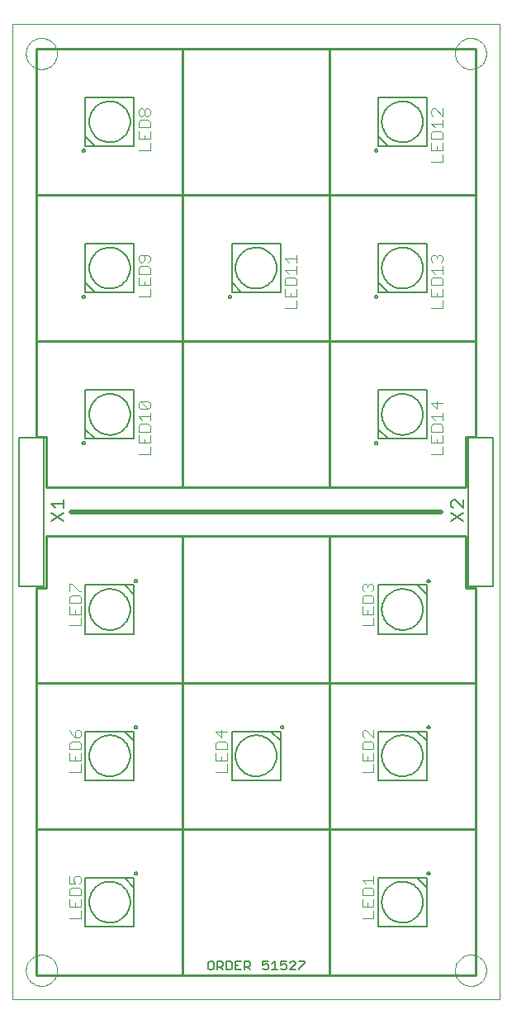
<source format=gto>
G75*
G70*
%OFA0B0*%
%FSLAX24Y24*%
%IPPOS*%
%LPD*%
%AMOC8*
5,1,8,0,0,1.08239X$1,22.5*
%
%ADD10C,0.0000*%
%ADD11C,0.0200*%
%ADD12C,0.0100*%
%ADD13C,0.0050*%
%ADD14C,0.0040*%
%ADD15C,0.0080*%
D10*
X000554Y000554D02*
X000554Y039924D01*
X020239Y039924D01*
X020239Y000554D01*
X000554Y000554D01*
X001105Y001735D02*
X001107Y001785D01*
X001113Y001835D01*
X001123Y001884D01*
X001137Y001932D01*
X001154Y001979D01*
X001175Y002024D01*
X001200Y002068D01*
X001228Y002109D01*
X001260Y002148D01*
X001294Y002185D01*
X001331Y002219D01*
X001371Y002249D01*
X001413Y002276D01*
X001457Y002300D01*
X001503Y002321D01*
X001550Y002337D01*
X001598Y002350D01*
X001648Y002359D01*
X001697Y002364D01*
X001748Y002365D01*
X001798Y002362D01*
X001847Y002355D01*
X001896Y002344D01*
X001944Y002329D01*
X001990Y002311D01*
X002035Y002289D01*
X002078Y002263D01*
X002119Y002234D01*
X002158Y002202D01*
X002194Y002167D01*
X002226Y002129D01*
X002256Y002089D01*
X002283Y002046D01*
X002306Y002002D01*
X002325Y001956D01*
X002341Y001908D01*
X002353Y001859D01*
X002361Y001810D01*
X002365Y001760D01*
X002365Y001710D01*
X002361Y001660D01*
X002353Y001611D01*
X002341Y001562D01*
X002325Y001514D01*
X002306Y001468D01*
X002283Y001424D01*
X002256Y001381D01*
X002226Y001341D01*
X002194Y001303D01*
X002158Y001268D01*
X002119Y001236D01*
X002078Y001207D01*
X002035Y001181D01*
X001990Y001159D01*
X001944Y001141D01*
X001896Y001126D01*
X001847Y001115D01*
X001798Y001108D01*
X001748Y001105D01*
X001697Y001106D01*
X001648Y001111D01*
X001598Y001120D01*
X001550Y001133D01*
X001503Y001149D01*
X001457Y001170D01*
X001413Y001194D01*
X001371Y001221D01*
X001331Y001251D01*
X001294Y001285D01*
X001260Y001322D01*
X001228Y001361D01*
X001200Y001402D01*
X001175Y001446D01*
X001154Y001491D01*
X001137Y001538D01*
X001123Y001586D01*
X001113Y001635D01*
X001107Y001685D01*
X001105Y001735D01*
X018428Y001735D02*
X018430Y001785D01*
X018436Y001835D01*
X018446Y001884D01*
X018460Y001932D01*
X018477Y001979D01*
X018498Y002024D01*
X018523Y002068D01*
X018551Y002109D01*
X018583Y002148D01*
X018617Y002185D01*
X018654Y002219D01*
X018694Y002249D01*
X018736Y002276D01*
X018780Y002300D01*
X018826Y002321D01*
X018873Y002337D01*
X018921Y002350D01*
X018971Y002359D01*
X019020Y002364D01*
X019071Y002365D01*
X019121Y002362D01*
X019170Y002355D01*
X019219Y002344D01*
X019267Y002329D01*
X019313Y002311D01*
X019358Y002289D01*
X019401Y002263D01*
X019442Y002234D01*
X019481Y002202D01*
X019517Y002167D01*
X019549Y002129D01*
X019579Y002089D01*
X019606Y002046D01*
X019629Y002002D01*
X019648Y001956D01*
X019664Y001908D01*
X019676Y001859D01*
X019684Y001810D01*
X019688Y001760D01*
X019688Y001710D01*
X019684Y001660D01*
X019676Y001611D01*
X019664Y001562D01*
X019648Y001514D01*
X019629Y001468D01*
X019606Y001424D01*
X019579Y001381D01*
X019549Y001341D01*
X019517Y001303D01*
X019481Y001268D01*
X019442Y001236D01*
X019401Y001207D01*
X019358Y001181D01*
X019313Y001159D01*
X019267Y001141D01*
X019219Y001126D01*
X019170Y001115D01*
X019121Y001108D01*
X019071Y001105D01*
X019020Y001106D01*
X018971Y001111D01*
X018921Y001120D01*
X018873Y001133D01*
X018826Y001149D01*
X018780Y001170D01*
X018736Y001194D01*
X018694Y001221D01*
X018654Y001251D01*
X018617Y001285D01*
X018583Y001322D01*
X018551Y001361D01*
X018523Y001402D01*
X018498Y001446D01*
X018477Y001491D01*
X018460Y001538D01*
X018446Y001586D01*
X018436Y001635D01*
X018430Y001685D01*
X018428Y001735D01*
X018428Y038743D02*
X018430Y038793D01*
X018436Y038843D01*
X018446Y038892D01*
X018460Y038940D01*
X018477Y038987D01*
X018498Y039032D01*
X018523Y039076D01*
X018551Y039117D01*
X018583Y039156D01*
X018617Y039193D01*
X018654Y039227D01*
X018694Y039257D01*
X018736Y039284D01*
X018780Y039308D01*
X018826Y039329D01*
X018873Y039345D01*
X018921Y039358D01*
X018971Y039367D01*
X019020Y039372D01*
X019071Y039373D01*
X019121Y039370D01*
X019170Y039363D01*
X019219Y039352D01*
X019267Y039337D01*
X019313Y039319D01*
X019358Y039297D01*
X019401Y039271D01*
X019442Y039242D01*
X019481Y039210D01*
X019517Y039175D01*
X019549Y039137D01*
X019579Y039097D01*
X019606Y039054D01*
X019629Y039010D01*
X019648Y038964D01*
X019664Y038916D01*
X019676Y038867D01*
X019684Y038818D01*
X019688Y038768D01*
X019688Y038718D01*
X019684Y038668D01*
X019676Y038619D01*
X019664Y038570D01*
X019648Y038522D01*
X019629Y038476D01*
X019606Y038432D01*
X019579Y038389D01*
X019549Y038349D01*
X019517Y038311D01*
X019481Y038276D01*
X019442Y038244D01*
X019401Y038215D01*
X019358Y038189D01*
X019313Y038167D01*
X019267Y038149D01*
X019219Y038134D01*
X019170Y038123D01*
X019121Y038116D01*
X019071Y038113D01*
X019020Y038114D01*
X018971Y038119D01*
X018921Y038128D01*
X018873Y038141D01*
X018826Y038157D01*
X018780Y038178D01*
X018736Y038202D01*
X018694Y038229D01*
X018654Y038259D01*
X018617Y038293D01*
X018583Y038330D01*
X018551Y038369D01*
X018523Y038410D01*
X018498Y038454D01*
X018477Y038499D01*
X018460Y038546D01*
X018446Y038594D01*
X018436Y038643D01*
X018430Y038693D01*
X018428Y038743D01*
X001105Y038743D02*
X001107Y038793D01*
X001113Y038843D01*
X001123Y038892D01*
X001137Y038940D01*
X001154Y038987D01*
X001175Y039032D01*
X001200Y039076D01*
X001228Y039117D01*
X001260Y039156D01*
X001294Y039193D01*
X001331Y039227D01*
X001371Y039257D01*
X001413Y039284D01*
X001457Y039308D01*
X001503Y039329D01*
X001550Y039345D01*
X001598Y039358D01*
X001648Y039367D01*
X001697Y039372D01*
X001748Y039373D01*
X001798Y039370D01*
X001847Y039363D01*
X001896Y039352D01*
X001944Y039337D01*
X001990Y039319D01*
X002035Y039297D01*
X002078Y039271D01*
X002119Y039242D01*
X002158Y039210D01*
X002194Y039175D01*
X002226Y039137D01*
X002256Y039097D01*
X002283Y039054D01*
X002306Y039010D01*
X002325Y038964D01*
X002341Y038916D01*
X002353Y038867D01*
X002361Y038818D01*
X002365Y038768D01*
X002365Y038718D01*
X002361Y038668D01*
X002353Y038619D01*
X002341Y038570D01*
X002325Y038522D01*
X002306Y038476D01*
X002283Y038432D01*
X002256Y038389D01*
X002226Y038349D01*
X002194Y038311D01*
X002158Y038276D01*
X002119Y038244D01*
X002078Y038215D01*
X002035Y038189D01*
X001990Y038167D01*
X001944Y038149D01*
X001896Y038134D01*
X001847Y038123D01*
X001798Y038116D01*
X001748Y038113D01*
X001697Y038114D01*
X001648Y038119D01*
X001598Y038128D01*
X001550Y038141D01*
X001503Y038157D01*
X001457Y038178D01*
X001413Y038202D01*
X001371Y038229D01*
X001331Y038259D01*
X001294Y038293D01*
X001260Y038330D01*
X001228Y038369D01*
X001200Y038410D01*
X001175Y038454D01*
X001154Y038499D01*
X001137Y038546D01*
X001123Y038594D01*
X001113Y038643D01*
X001107Y038693D01*
X001105Y038743D01*
D11*
X002917Y020239D02*
X017877Y020239D01*
D12*
X018861Y019255D02*
X013350Y019255D01*
X013350Y001539D01*
X019255Y001539D01*
X019255Y007444D01*
X001539Y007444D01*
X001539Y001539D01*
X007444Y001539D01*
X007444Y019255D01*
X001932Y019255D01*
X001932Y017169D01*
X001539Y017169D01*
X001539Y013350D01*
X019255Y013350D01*
X019255Y017169D01*
X018861Y017169D01*
X018861Y019255D01*
X018861Y021224D02*
X018861Y023271D01*
X019255Y023271D01*
X019255Y027129D01*
X001539Y027129D01*
X001539Y023271D01*
X001932Y023271D01*
X001932Y021224D01*
X007444Y021224D01*
X007444Y038940D01*
X001539Y038940D01*
X001539Y033035D01*
X019255Y033035D01*
X019255Y038940D01*
X013350Y038940D01*
X013350Y021224D01*
X018861Y021224D01*
X019255Y027129D02*
X019255Y033035D01*
X013350Y038940D02*
X007444Y038940D01*
X001539Y033035D02*
X001539Y027129D01*
X007444Y021224D02*
X013350Y021224D01*
X013350Y019255D02*
X007444Y019255D01*
X001539Y013350D02*
X001539Y007444D01*
X007444Y001539D02*
X013350Y001539D01*
X019255Y007444D02*
X019255Y013350D01*
D13*
X017305Y011552D02*
X017307Y011566D01*
X017313Y011580D01*
X017321Y011592D01*
X017333Y011600D01*
X017347Y011606D01*
X017361Y011608D01*
X017375Y011606D01*
X017389Y011600D01*
X017401Y011592D01*
X017409Y011580D01*
X017415Y011566D01*
X017417Y011552D01*
X017415Y011538D01*
X017409Y011524D01*
X017401Y011512D01*
X017389Y011504D01*
X017375Y011498D01*
X017361Y011496D01*
X017347Y011498D01*
X017333Y011504D01*
X017321Y011512D01*
X017313Y011524D01*
X017307Y011538D01*
X017305Y011552D01*
X017287Y011381D02*
X017287Y010987D01*
X016893Y011381D01*
X017287Y011381D01*
X017287Y010987D02*
X017287Y009413D01*
X015318Y009413D01*
X015318Y011381D01*
X016893Y011381D01*
X015475Y010397D02*
X015477Y010454D01*
X015483Y010511D01*
X015493Y010567D01*
X015506Y010623D01*
X015524Y010677D01*
X015545Y010730D01*
X015570Y010781D01*
X015598Y010831D01*
X015630Y010878D01*
X015664Y010924D01*
X015702Y010966D01*
X015743Y011006D01*
X015786Y011044D01*
X015832Y011078D01*
X015880Y011108D01*
X015930Y011136D01*
X015982Y011160D01*
X016036Y011180D01*
X016090Y011196D01*
X016146Y011209D01*
X016202Y011218D01*
X016259Y011223D01*
X016316Y011224D01*
X016373Y011221D01*
X016430Y011214D01*
X016486Y011203D01*
X016541Y011189D01*
X016595Y011170D01*
X016648Y011148D01*
X016699Y011123D01*
X016748Y011093D01*
X016795Y011061D01*
X016840Y011025D01*
X016882Y010987D01*
X016921Y010945D01*
X016957Y010901D01*
X016991Y010855D01*
X017021Y010806D01*
X017047Y010756D01*
X017070Y010704D01*
X017089Y010650D01*
X017105Y010595D01*
X017117Y010539D01*
X017125Y010482D01*
X017129Y010426D01*
X017129Y010368D01*
X017125Y010312D01*
X017117Y010255D01*
X017105Y010199D01*
X017089Y010144D01*
X017070Y010090D01*
X017047Y010038D01*
X017021Y009988D01*
X016991Y009939D01*
X016957Y009893D01*
X016921Y009849D01*
X016882Y009807D01*
X016840Y009769D01*
X016795Y009733D01*
X016748Y009701D01*
X016699Y009671D01*
X016648Y009646D01*
X016595Y009624D01*
X016541Y009605D01*
X016486Y009591D01*
X016430Y009580D01*
X016373Y009573D01*
X016316Y009570D01*
X016259Y009571D01*
X016202Y009576D01*
X016146Y009585D01*
X016090Y009598D01*
X016036Y009614D01*
X015982Y009634D01*
X015930Y009658D01*
X015880Y009686D01*
X015832Y009716D01*
X015786Y009750D01*
X015743Y009788D01*
X015702Y009828D01*
X015664Y009870D01*
X015630Y009916D01*
X015598Y009963D01*
X015570Y010013D01*
X015545Y010064D01*
X015524Y010117D01*
X015506Y010171D01*
X015493Y010227D01*
X015483Y010283D01*
X015477Y010340D01*
X015475Y010397D01*
X015318Y015318D02*
X017287Y015318D01*
X017287Y016893D01*
X016893Y017287D01*
X017287Y017287D01*
X017287Y016893D01*
X016893Y017287D02*
X015318Y017287D01*
X015318Y015318D01*
X015475Y016302D02*
X015477Y016359D01*
X015483Y016416D01*
X015493Y016472D01*
X015506Y016528D01*
X015524Y016582D01*
X015545Y016635D01*
X015570Y016686D01*
X015598Y016736D01*
X015630Y016783D01*
X015664Y016829D01*
X015702Y016871D01*
X015743Y016911D01*
X015786Y016949D01*
X015832Y016983D01*
X015880Y017013D01*
X015930Y017041D01*
X015982Y017065D01*
X016036Y017085D01*
X016090Y017101D01*
X016146Y017114D01*
X016202Y017123D01*
X016259Y017128D01*
X016316Y017129D01*
X016373Y017126D01*
X016430Y017119D01*
X016486Y017108D01*
X016541Y017094D01*
X016595Y017075D01*
X016648Y017053D01*
X016699Y017028D01*
X016748Y016998D01*
X016795Y016966D01*
X016840Y016930D01*
X016882Y016892D01*
X016921Y016850D01*
X016957Y016806D01*
X016991Y016760D01*
X017021Y016711D01*
X017047Y016661D01*
X017070Y016609D01*
X017089Y016555D01*
X017105Y016500D01*
X017117Y016444D01*
X017125Y016387D01*
X017129Y016331D01*
X017129Y016273D01*
X017125Y016217D01*
X017117Y016160D01*
X017105Y016104D01*
X017089Y016049D01*
X017070Y015995D01*
X017047Y015943D01*
X017021Y015893D01*
X016991Y015844D01*
X016957Y015798D01*
X016921Y015754D01*
X016882Y015712D01*
X016840Y015674D01*
X016795Y015638D01*
X016748Y015606D01*
X016699Y015576D01*
X016648Y015551D01*
X016595Y015529D01*
X016541Y015510D01*
X016486Y015496D01*
X016430Y015485D01*
X016373Y015478D01*
X016316Y015475D01*
X016259Y015476D01*
X016202Y015481D01*
X016146Y015490D01*
X016090Y015503D01*
X016036Y015519D01*
X015982Y015539D01*
X015930Y015563D01*
X015880Y015591D01*
X015832Y015621D01*
X015786Y015655D01*
X015743Y015693D01*
X015702Y015733D01*
X015664Y015775D01*
X015630Y015821D01*
X015598Y015868D01*
X015570Y015918D01*
X015545Y015969D01*
X015524Y016022D01*
X015506Y016076D01*
X015493Y016132D01*
X015483Y016188D01*
X015477Y016245D01*
X015475Y016302D01*
X017305Y017457D02*
X017307Y017471D01*
X017313Y017485D01*
X017321Y017497D01*
X017333Y017505D01*
X017347Y017511D01*
X017361Y017513D01*
X017375Y017511D01*
X017389Y017505D01*
X017401Y017497D01*
X017409Y017485D01*
X017415Y017471D01*
X017417Y017457D01*
X017415Y017443D01*
X017409Y017429D01*
X017401Y017417D01*
X017389Y017409D01*
X017375Y017403D01*
X017361Y017401D01*
X017347Y017403D01*
X017333Y017409D01*
X017321Y017417D01*
X017313Y017429D01*
X017307Y017443D01*
X017305Y017457D01*
X015188Y023021D02*
X015190Y023035D01*
X015196Y023049D01*
X015204Y023061D01*
X015216Y023069D01*
X015230Y023075D01*
X015244Y023077D01*
X015258Y023075D01*
X015272Y023069D01*
X015284Y023061D01*
X015292Y023049D01*
X015298Y023035D01*
X015300Y023021D01*
X015298Y023007D01*
X015292Y022993D01*
X015284Y022981D01*
X015272Y022973D01*
X015258Y022967D01*
X015244Y022965D01*
X015230Y022967D01*
X015216Y022973D01*
X015204Y022981D01*
X015196Y022993D01*
X015190Y023007D01*
X015188Y023021D01*
X015318Y023192D02*
X015318Y023586D01*
X015712Y023192D01*
X015318Y023192D01*
X015318Y023586D02*
X015318Y025161D01*
X017287Y025161D01*
X017287Y023192D01*
X015712Y023192D01*
X015475Y024176D02*
X015477Y024233D01*
X015483Y024290D01*
X015493Y024346D01*
X015506Y024402D01*
X015524Y024456D01*
X015545Y024509D01*
X015570Y024560D01*
X015598Y024610D01*
X015630Y024657D01*
X015664Y024703D01*
X015702Y024745D01*
X015743Y024785D01*
X015786Y024823D01*
X015832Y024857D01*
X015880Y024887D01*
X015930Y024915D01*
X015982Y024939D01*
X016036Y024959D01*
X016090Y024975D01*
X016146Y024988D01*
X016202Y024997D01*
X016259Y025002D01*
X016316Y025003D01*
X016373Y025000D01*
X016430Y024993D01*
X016486Y024982D01*
X016541Y024968D01*
X016595Y024949D01*
X016648Y024927D01*
X016699Y024902D01*
X016748Y024872D01*
X016795Y024840D01*
X016840Y024804D01*
X016882Y024766D01*
X016921Y024724D01*
X016957Y024680D01*
X016991Y024634D01*
X017021Y024585D01*
X017047Y024535D01*
X017070Y024483D01*
X017089Y024429D01*
X017105Y024374D01*
X017117Y024318D01*
X017125Y024261D01*
X017129Y024205D01*
X017129Y024147D01*
X017125Y024091D01*
X017117Y024034D01*
X017105Y023978D01*
X017089Y023923D01*
X017070Y023869D01*
X017047Y023817D01*
X017021Y023767D01*
X016991Y023718D01*
X016957Y023672D01*
X016921Y023628D01*
X016882Y023586D01*
X016840Y023548D01*
X016795Y023512D01*
X016748Y023480D01*
X016699Y023450D01*
X016648Y023425D01*
X016595Y023403D01*
X016541Y023384D01*
X016486Y023370D01*
X016430Y023359D01*
X016373Y023352D01*
X016316Y023349D01*
X016259Y023350D01*
X016202Y023355D01*
X016146Y023364D01*
X016090Y023377D01*
X016036Y023393D01*
X015982Y023413D01*
X015930Y023437D01*
X015880Y023465D01*
X015832Y023495D01*
X015786Y023529D01*
X015743Y023567D01*
X015702Y023607D01*
X015664Y023649D01*
X015630Y023695D01*
X015598Y023742D01*
X015570Y023792D01*
X015545Y023843D01*
X015524Y023896D01*
X015506Y023950D01*
X015493Y024006D01*
X015483Y024062D01*
X015477Y024119D01*
X015475Y024176D01*
X015188Y028927D02*
X015190Y028941D01*
X015196Y028955D01*
X015204Y028967D01*
X015216Y028975D01*
X015230Y028981D01*
X015244Y028983D01*
X015258Y028981D01*
X015272Y028975D01*
X015284Y028967D01*
X015292Y028955D01*
X015298Y028941D01*
X015300Y028927D01*
X015298Y028913D01*
X015292Y028899D01*
X015284Y028887D01*
X015272Y028879D01*
X015258Y028873D01*
X015244Y028871D01*
X015230Y028873D01*
X015216Y028879D01*
X015204Y028887D01*
X015196Y028899D01*
X015190Y028913D01*
X015188Y028927D01*
X015318Y029098D02*
X015318Y029491D01*
X015712Y029098D01*
X015318Y029098D01*
X015318Y029491D02*
X015318Y031066D01*
X017287Y031066D01*
X017287Y029098D01*
X015712Y029098D01*
X015475Y030082D02*
X015477Y030139D01*
X015483Y030196D01*
X015493Y030252D01*
X015506Y030308D01*
X015524Y030362D01*
X015545Y030415D01*
X015570Y030466D01*
X015598Y030516D01*
X015630Y030563D01*
X015664Y030609D01*
X015702Y030651D01*
X015743Y030691D01*
X015786Y030729D01*
X015832Y030763D01*
X015880Y030793D01*
X015930Y030821D01*
X015982Y030845D01*
X016036Y030865D01*
X016090Y030881D01*
X016146Y030894D01*
X016202Y030903D01*
X016259Y030908D01*
X016316Y030909D01*
X016373Y030906D01*
X016430Y030899D01*
X016486Y030888D01*
X016541Y030874D01*
X016595Y030855D01*
X016648Y030833D01*
X016699Y030808D01*
X016748Y030778D01*
X016795Y030746D01*
X016840Y030710D01*
X016882Y030672D01*
X016921Y030630D01*
X016957Y030586D01*
X016991Y030540D01*
X017021Y030491D01*
X017047Y030441D01*
X017070Y030389D01*
X017089Y030335D01*
X017105Y030280D01*
X017117Y030224D01*
X017125Y030167D01*
X017129Y030111D01*
X017129Y030053D01*
X017125Y029997D01*
X017117Y029940D01*
X017105Y029884D01*
X017089Y029829D01*
X017070Y029775D01*
X017047Y029723D01*
X017021Y029673D01*
X016991Y029624D01*
X016957Y029578D01*
X016921Y029534D01*
X016882Y029492D01*
X016840Y029454D01*
X016795Y029418D01*
X016748Y029386D01*
X016699Y029356D01*
X016648Y029331D01*
X016595Y029309D01*
X016541Y029290D01*
X016486Y029276D01*
X016430Y029265D01*
X016373Y029258D01*
X016316Y029255D01*
X016259Y029256D01*
X016202Y029261D01*
X016146Y029270D01*
X016090Y029283D01*
X016036Y029299D01*
X015982Y029319D01*
X015930Y029343D01*
X015880Y029371D01*
X015832Y029401D01*
X015786Y029435D01*
X015743Y029473D01*
X015702Y029513D01*
X015664Y029555D01*
X015630Y029601D01*
X015598Y029648D01*
X015570Y029698D01*
X015545Y029749D01*
X015524Y029802D01*
X015506Y029856D01*
X015493Y029912D01*
X015483Y029968D01*
X015477Y030025D01*
X015475Y030082D01*
X015188Y034832D02*
X015190Y034846D01*
X015196Y034860D01*
X015204Y034872D01*
X015216Y034880D01*
X015230Y034886D01*
X015244Y034888D01*
X015258Y034886D01*
X015272Y034880D01*
X015284Y034872D01*
X015292Y034860D01*
X015298Y034846D01*
X015300Y034832D01*
X015298Y034818D01*
X015292Y034804D01*
X015284Y034792D01*
X015272Y034784D01*
X015258Y034778D01*
X015244Y034776D01*
X015230Y034778D01*
X015216Y034784D01*
X015204Y034792D01*
X015196Y034804D01*
X015190Y034818D01*
X015188Y034832D01*
X015318Y035003D02*
X015318Y035397D01*
X015712Y035003D01*
X015318Y035003D01*
X015318Y035397D02*
X015318Y036972D01*
X017287Y036972D01*
X017287Y035003D01*
X015712Y035003D01*
X015475Y035987D02*
X015477Y036044D01*
X015483Y036101D01*
X015493Y036157D01*
X015506Y036213D01*
X015524Y036267D01*
X015545Y036320D01*
X015570Y036371D01*
X015598Y036421D01*
X015630Y036468D01*
X015664Y036514D01*
X015702Y036556D01*
X015743Y036596D01*
X015786Y036634D01*
X015832Y036668D01*
X015880Y036698D01*
X015930Y036726D01*
X015982Y036750D01*
X016036Y036770D01*
X016090Y036786D01*
X016146Y036799D01*
X016202Y036808D01*
X016259Y036813D01*
X016316Y036814D01*
X016373Y036811D01*
X016430Y036804D01*
X016486Y036793D01*
X016541Y036779D01*
X016595Y036760D01*
X016648Y036738D01*
X016699Y036713D01*
X016748Y036683D01*
X016795Y036651D01*
X016840Y036615D01*
X016882Y036577D01*
X016921Y036535D01*
X016957Y036491D01*
X016991Y036445D01*
X017021Y036396D01*
X017047Y036346D01*
X017070Y036294D01*
X017089Y036240D01*
X017105Y036185D01*
X017117Y036129D01*
X017125Y036072D01*
X017129Y036016D01*
X017129Y035958D01*
X017125Y035902D01*
X017117Y035845D01*
X017105Y035789D01*
X017089Y035734D01*
X017070Y035680D01*
X017047Y035628D01*
X017021Y035578D01*
X016991Y035529D01*
X016957Y035483D01*
X016921Y035439D01*
X016882Y035397D01*
X016840Y035359D01*
X016795Y035323D01*
X016748Y035291D01*
X016699Y035261D01*
X016648Y035236D01*
X016595Y035214D01*
X016541Y035195D01*
X016486Y035181D01*
X016430Y035170D01*
X016373Y035163D01*
X016316Y035160D01*
X016259Y035161D01*
X016202Y035166D01*
X016146Y035175D01*
X016090Y035188D01*
X016036Y035204D01*
X015982Y035224D01*
X015930Y035248D01*
X015880Y035276D01*
X015832Y035306D01*
X015786Y035340D01*
X015743Y035378D01*
X015702Y035418D01*
X015664Y035460D01*
X015630Y035506D01*
X015598Y035553D01*
X015570Y035603D01*
X015545Y035654D01*
X015524Y035707D01*
X015506Y035761D01*
X015493Y035817D01*
X015483Y035873D01*
X015477Y035930D01*
X015475Y035987D01*
X011381Y031066D02*
X011381Y029098D01*
X009806Y029098D01*
X009413Y029491D01*
X009413Y031066D01*
X011381Y031066D01*
X009570Y030082D02*
X009572Y030139D01*
X009578Y030196D01*
X009588Y030252D01*
X009601Y030308D01*
X009619Y030362D01*
X009640Y030415D01*
X009665Y030466D01*
X009693Y030516D01*
X009725Y030563D01*
X009759Y030609D01*
X009797Y030651D01*
X009838Y030691D01*
X009881Y030729D01*
X009927Y030763D01*
X009975Y030793D01*
X010025Y030821D01*
X010077Y030845D01*
X010131Y030865D01*
X010185Y030881D01*
X010241Y030894D01*
X010297Y030903D01*
X010354Y030908D01*
X010411Y030909D01*
X010468Y030906D01*
X010525Y030899D01*
X010581Y030888D01*
X010636Y030874D01*
X010690Y030855D01*
X010743Y030833D01*
X010794Y030808D01*
X010843Y030778D01*
X010890Y030746D01*
X010935Y030710D01*
X010977Y030672D01*
X011016Y030630D01*
X011052Y030586D01*
X011086Y030540D01*
X011116Y030491D01*
X011142Y030441D01*
X011165Y030389D01*
X011184Y030335D01*
X011200Y030280D01*
X011212Y030224D01*
X011220Y030167D01*
X011224Y030111D01*
X011224Y030053D01*
X011220Y029997D01*
X011212Y029940D01*
X011200Y029884D01*
X011184Y029829D01*
X011165Y029775D01*
X011142Y029723D01*
X011116Y029673D01*
X011086Y029624D01*
X011052Y029578D01*
X011016Y029534D01*
X010977Y029492D01*
X010935Y029454D01*
X010890Y029418D01*
X010843Y029386D01*
X010794Y029356D01*
X010743Y029331D01*
X010690Y029309D01*
X010636Y029290D01*
X010581Y029276D01*
X010525Y029265D01*
X010468Y029258D01*
X010411Y029255D01*
X010354Y029256D01*
X010297Y029261D01*
X010241Y029270D01*
X010185Y029283D01*
X010131Y029299D01*
X010077Y029319D01*
X010025Y029343D01*
X009975Y029371D01*
X009927Y029401D01*
X009881Y029435D01*
X009838Y029473D01*
X009797Y029513D01*
X009759Y029555D01*
X009725Y029601D01*
X009693Y029648D01*
X009665Y029698D01*
X009640Y029749D01*
X009619Y029802D01*
X009601Y029856D01*
X009588Y029912D01*
X009578Y029968D01*
X009572Y030025D01*
X009570Y030082D01*
X009413Y029491D02*
X009413Y029098D01*
X009806Y029098D01*
X009283Y028927D02*
X009285Y028941D01*
X009291Y028955D01*
X009299Y028967D01*
X009311Y028975D01*
X009325Y028981D01*
X009339Y028983D01*
X009353Y028981D01*
X009367Y028975D01*
X009379Y028967D01*
X009387Y028955D01*
X009393Y028941D01*
X009395Y028927D01*
X009393Y028913D01*
X009387Y028899D01*
X009379Y028887D01*
X009367Y028879D01*
X009353Y028873D01*
X009339Y028871D01*
X009325Y028873D01*
X009311Y028879D01*
X009299Y028887D01*
X009291Y028899D01*
X009285Y028913D01*
X009283Y028927D01*
X005476Y029098D02*
X003901Y029098D01*
X003507Y029491D01*
X003507Y031066D01*
X005476Y031066D01*
X005476Y029098D01*
X003664Y030082D02*
X003666Y030139D01*
X003672Y030196D01*
X003682Y030252D01*
X003695Y030308D01*
X003713Y030362D01*
X003734Y030415D01*
X003759Y030466D01*
X003787Y030516D01*
X003819Y030563D01*
X003853Y030609D01*
X003891Y030651D01*
X003932Y030691D01*
X003975Y030729D01*
X004021Y030763D01*
X004069Y030793D01*
X004119Y030821D01*
X004171Y030845D01*
X004225Y030865D01*
X004279Y030881D01*
X004335Y030894D01*
X004391Y030903D01*
X004448Y030908D01*
X004505Y030909D01*
X004562Y030906D01*
X004619Y030899D01*
X004675Y030888D01*
X004730Y030874D01*
X004784Y030855D01*
X004837Y030833D01*
X004888Y030808D01*
X004937Y030778D01*
X004984Y030746D01*
X005029Y030710D01*
X005071Y030672D01*
X005110Y030630D01*
X005146Y030586D01*
X005180Y030540D01*
X005210Y030491D01*
X005236Y030441D01*
X005259Y030389D01*
X005278Y030335D01*
X005294Y030280D01*
X005306Y030224D01*
X005314Y030167D01*
X005318Y030111D01*
X005318Y030053D01*
X005314Y029997D01*
X005306Y029940D01*
X005294Y029884D01*
X005278Y029829D01*
X005259Y029775D01*
X005236Y029723D01*
X005210Y029673D01*
X005180Y029624D01*
X005146Y029578D01*
X005110Y029534D01*
X005071Y029492D01*
X005029Y029454D01*
X004984Y029418D01*
X004937Y029386D01*
X004888Y029356D01*
X004837Y029331D01*
X004784Y029309D01*
X004730Y029290D01*
X004675Y029276D01*
X004619Y029265D01*
X004562Y029258D01*
X004505Y029255D01*
X004448Y029256D01*
X004391Y029261D01*
X004335Y029270D01*
X004279Y029283D01*
X004225Y029299D01*
X004171Y029319D01*
X004119Y029343D01*
X004069Y029371D01*
X004021Y029401D01*
X003975Y029435D01*
X003932Y029473D01*
X003891Y029513D01*
X003853Y029555D01*
X003819Y029601D01*
X003787Y029648D01*
X003759Y029698D01*
X003734Y029749D01*
X003713Y029802D01*
X003695Y029856D01*
X003682Y029912D01*
X003672Y029968D01*
X003666Y030025D01*
X003664Y030082D01*
X003507Y029491D02*
X003507Y029098D01*
X003901Y029098D01*
X003377Y028927D02*
X003379Y028941D01*
X003385Y028955D01*
X003393Y028967D01*
X003405Y028975D01*
X003419Y028981D01*
X003433Y028983D01*
X003447Y028981D01*
X003461Y028975D01*
X003473Y028967D01*
X003481Y028955D01*
X003487Y028941D01*
X003489Y028927D01*
X003487Y028913D01*
X003481Y028899D01*
X003473Y028887D01*
X003461Y028879D01*
X003447Y028873D01*
X003433Y028871D01*
X003419Y028873D01*
X003405Y028879D01*
X003393Y028887D01*
X003385Y028899D01*
X003379Y028913D01*
X003377Y028927D01*
X003507Y025161D02*
X005476Y025161D01*
X005476Y023192D01*
X003901Y023192D01*
X003507Y023586D01*
X003507Y025161D01*
X003507Y023586D02*
X003507Y023192D01*
X003901Y023192D01*
X003377Y023021D02*
X003379Y023035D01*
X003385Y023049D01*
X003393Y023061D01*
X003405Y023069D01*
X003419Y023075D01*
X003433Y023077D01*
X003447Y023075D01*
X003461Y023069D01*
X003473Y023061D01*
X003481Y023049D01*
X003487Y023035D01*
X003489Y023021D01*
X003487Y023007D01*
X003481Y022993D01*
X003473Y022981D01*
X003461Y022973D01*
X003447Y022967D01*
X003433Y022965D01*
X003419Y022967D01*
X003405Y022973D01*
X003393Y022981D01*
X003385Y022993D01*
X003379Y023007D01*
X003377Y023021D01*
X003664Y024176D02*
X003666Y024233D01*
X003672Y024290D01*
X003682Y024346D01*
X003695Y024402D01*
X003713Y024456D01*
X003734Y024509D01*
X003759Y024560D01*
X003787Y024610D01*
X003819Y024657D01*
X003853Y024703D01*
X003891Y024745D01*
X003932Y024785D01*
X003975Y024823D01*
X004021Y024857D01*
X004069Y024887D01*
X004119Y024915D01*
X004171Y024939D01*
X004225Y024959D01*
X004279Y024975D01*
X004335Y024988D01*
X004391Y024997D01*
X004448Y025002D01*
X004505Y025003D01*
X004562Y025000D01*
X004619Y024993D01*
X004675Y024982D01*
X004730Y024968D01*
X004784Y024949D01*
X004837Y024927D01*
X004888Y024902D01*
X004937Y024872D01*
X004984Y024840D01*
X005029Y024804D01*
X005071Y024766D01*
X005110Y024724D01*
X005146Y024680D01*
X005180Y024634D01*
X005210Y024585D01*
X005236Y024535D01*
X005259Y024483D01*
X005278Y024429D01*
X005294Y024374D01*
X005306Y024318D01*
X005314Y024261D01*
X005318Y024205D01*
X005318Y024147D01*
X005314Y024091D01*
X005306Y024034D01*
X005294Y023978D01*
X005278Y023923D01*
X005259Y023869D01*
X005236Y023817D01*
X005210Y023767D01*
X005180Y023718D01*
X005146Y023672D01*
X005110Y023628D01*
X005071Y023586D01*
X005029Y023548D01*
X004984Y023512D01*
X004937Y023480D01*
X004888Y023450D01*
X004837Y023425D01*
X004784Y023403D01*
X004730Y023384D01*
X004675Y023370D01*
X004619Y023359D01*
X004562Y023352D01*
X004505Y023349D01*
X004448Y023350D01*
X004391Y023355D01*
X004335Y023364D01*
X004279Y023377D01*
X004225Y023393D01*
X004171Y023413D01*
X004119Y023437D01*
X004069Y023465D01*
X004021Y023495D01*
X003975Y023529D01*
X003932Y023567D01*
X003891Y023607D01*
X003853Y023649D01*
X003819Y023695D01*
X003787Y023742D01*
X003759Y023792D01*
X003734Y023843D01*
X003713Y023896D01*
X003695Y023950D01*
X003682Y024006D01*
X003672Y024062D01*
X003666Y024119D01*
X003664Y024176D01*
X005494Y017457D02*
X005496Y017471D01*
X005502Y017485D01*
X005510Y017497D01*
X005522Y017505D01*
X005536Y017511D01*
X005550Y017513D01*
X005564Y017511D01*
X005578Y017505D01*
X005590Y017497D01*
X005598Y017485D01*
X005604Y017471D01*
X005606Y017457D01*
X005604Y017443D01*
X005598Y017429D01*
X005590Y017417D01*
X005578Y017409D01*
X005564Y017403D01*
X005550Y017401D01*
X005536Y017403D01*
X005522Y017409D01*
X005510Y017417D01*
X005502Y017429D01*
X005496Y017443D01*
X005494Y017457D01*
X005476Y017287D02*
X005476Y016893D01*
X005082Y017287D01*
X005476Y017287D01*
X005476Y016893D02*
X005476Y015318D01*
X003507Y015318D01*
X003507Y017287D01*
X005082Y017287D01*
X003664Y016302D02*
X003666Y016359D01*
X003672Y016416D01*
X003682Y016472D01*
X003695Y016528D01*
X003713Y016582D01*
X003734Y016635D01*
X003759Y016686D01*
X003787Y016736D01*
X003819Y016783D01*
X003853Y016829D01*
X003891Y016871D01*
X003932Y016911D01*
X003975Y016949D01*
X004021Y016983D01*
X004069Y017013D01*
X004119Y017041D01*
X004171Y017065D01*
X004225Y017085D01*
X004279Y017101D01*
X004335Y017114D01*
X004391Y017123D01*
X004448Y017128D01*
X004505Y017129D01*
X004562Y017126D01*
X004619Y017119D01*
X004675Y017108D01*
X004730Y017094D01*
X004784Y017075D01*
X004837Y017053D01*
X004888Y017028D01*
X004937Y016998D01*
X004984Y016966D01*
X005029Y016930D01*
X005071Y016892D01*
X005110Y016850D01*
X005146Y016806D01*
X005180Y016760D01*
X005210Y016711D01*
X005236Y016661D01*
X005259Y016609D01*
X005278Y016555D01*
X005294Y016500D01*
X005306Y016444D01*
X005314Y016387D01*
X005318Y016331D01*
X005318Y016273D01*
X005314Y016217D01*
X005306Y016160D01*
X005294Y016104D01*
X005278Y016049D01*
X005259Y015995D01*
X005236Y015943D01*
X005210Y015893D01*
X005180Y015844D01*
X005146Y015798D01*
X005110Y015754D01*
X005071Y015712D01*
X005029Y015674D01*
X004984Y015638D01*
X004937Y015606D01*
X004888Y015576D01*
X004837Y015551D01*
X004784Y015529D01*
X004730Y015510D01*
X004675Y015496D01*
X004619Y015485D01*
X004562Y015478D01*
X004505Y015475D01*
X004448Y015476D01*
X004391Y015481D01*
X004335Y015490D01*
X004279Y015503D01*
X004225Y015519D01*
X004171Y015539D01*
X004119Y015563D01*
X004069Y015591D01*
X004021Y015621D01*
X003975Y015655D01*
X003932Y015693D01*
X003891Y015733D01*
X003853Y015775D01*
X003819Y015821D01*
X003787Y015868D01*
X003759Y015918D01*
X003734Y015969D01*
X003713Y016022D01*
X003695Y016076D01*
X003682Y016132D01*
X003672Y016188D01*
X003666Y016245D01*
X003664Y016302D01*
X003507Y011381D02*
X005082Y011381D01*
X005476Y010987D01*
X005476Y009413D01*
X003507Y009413D01*
X003507Y011381D01*
X003664Y010397D02*
X003666Y010454D01*
X003672Y010511D01*
X003682Y010567D01*
X003695Y010623D01*
X003713Y010677D01*
X003734Y010730D01*
X003759Y010781D01*
X003787Y010831D01*
X003819Y010878D01*
X003853Y010924D01*
X003891Y010966D01*
X003932Y011006D01*
X003975Y011044D01*
X004021Y011078D01*
X004069Y011108D01*
X004119Y011136D01*
X004171Y011160D01*
X004225Y011180D01*
X004279Y011196D01*
X004335Y011209D01*
X004391Y011218D01*
X004448Y011223D01*
X004505Y011224D01*
X004562Y011221D01*
X004619Y011214D01*
X004675Y011203D01*
X004730Y011189D01*
X004784Y011170D01*
X004837Y011148D01*
X004888Y011123D01*
X004937Y011093D01*
X004984Y011061D01*
X005029Y011025D01*
X005071Y010987D01*
X005110Y010945D01*
X005146Y010901D01*
X005180Y010855D01*
X005210Y010806D01*
X005236Y010756D01*
X005259Y010704D01*
X005278Y010650D01*
X005294Y010595D01*
X005306Y010539D01*
X005314Y010482D01*
X005318Y010426D01*
X005318Y010368D01*
X005314Y010312D01*
X005306Y010255D01*
X005294Y010199D01*
X005278Y010144D01*
X005259Y010090D01*
X005236Y010038D01*
X005210Y009988D01*
X005180Y009939D01*
X005146Y009893D01*
X005110Y009849D01*
X005071Y009807D01*
X005029Y009769D01*
X004984Y009733D01*
X004937Y009701D01*
X004888Y009671D01*
X004837Y009646D01*
X004784Y009624D01*
X004730Y009605D01*
X004675Y009591D01*
X004619Y009580D01*
X004562Y009573D01*
X004505Y009570D01*
X004448Y009571D01*
X004391Y009576D01*
X004335Y009585D01*
X004279Y009598D01*
X004225Y009614D01*
X004171Y009634D01*
X004119Y009658D01*
X004069Y009686D01*
X004021Y009716D01*
X003975Y009750D01*
X003932Y009788D01*
X003891Y009828D01*
X003853Y009870D01*
X003819Y009916D01*
X003787Y009963D01*
X003759Y010013D01*
X003734Y010064D01*
X003713Y010117D01*
X003695Y010171D01*
X003682Y010227D01*
X003672Y010283D01*
X003666Y010340D01*
X003664Y010397D01*
X005082Y011381D02*
X005476Y011381D01*
X005476Y010987D01*
X005494Y011552D02*
X005496Y011566D01*
X005502Y011580D01*
X005510Y011592D01*
X005522Y011600D01*
X005536Y011606D01*
X005550Y011608D01*
X005564Y011606D01*
X005578Y011600D01*
X005590Y011592D01*
X005598Y011580D01*
X005604Y011566D01*
X005606Y011552D01*
X005604Y011538D01*
X005598Y011524D01*
X005590Y011512D01*
X005578Y011504D01*
X005564Y011498D01*
X005550Y011496D01*
X005536Y011498D01*
X005522Y011504D01*
X005510Y011512D01*
X005502Y011524D01*
X005496Y011538D01*
X005494Y011552D01*
X005494Y005646D02*
X005496Y005660D01*
X005502Y005674D01*
X005510Y005686D01*
X005522Y005694D01*
X005536Y005700D01*
X005550Y005702D01*
X005564Y005700D01*
X005578Y005694D01*
X005590Y005686D01*
X005598Y005674D01*
X005604Y005660D01*
X005606Y005646D01*
X005604Y005632D01*
X005598Y005618D01*
X005590Y005606D01*
X005578Y005598D01*
X005564Y005592D01*
X005550Y005590D01*
X005536Y005592D01*
X005522Y005598D01*
X005510Y005606D01*
X005502Y005618D01*
X005496Y005632D01*
X005494Y005646D01*
X005476Y005476D02*
X005476Y005082D01*
X005082Y005476D01*
X005476Y005476D01*
X005476Y005082D02*
X005476Y003507D01*
X003507Y003507D01*
X003507Y005476D01*
X005082Y005476D01*
X003664Y004491D02*
X003666Y004548D01*
X003672Y004605D01*
X003682Y004661D01*
X003695Y004717D01*
X003713Y004771D01*
X003734Y004824D01*
X003759Y004875D01*
X003787Y004925D01*
X003819Y004972D01*
X003853Y005018D01*
X003891Y005060D01*
X003932Y005100D01*
X003975Y005138D01*
X004021Y005172D01*
X004069Y005202D01*
X004119Y005230D01*
X004171Y005254D01*
X004225Y005274D01*
X004279Y005290D01*
X004335Y005303D01*
X004391Y005312D01*
X004448Y005317D01*
X004505Y005318D01*
X004562Y005315D01*
X004619Y005308D01*
X004675Y005297D01*
X004730Y005283D01*
X004784Y005264D01*
X004837Y005242D01*
X004888Y005217D01*
X004937Y005187D01*
X004984Y005155D01*
X005029Y005119D01*
X005071Y005081D01*
X005110Y005039D01*
X005146Y004995D01*
X005180Y004949D01*
X005210Y004900D01*
X005236Y004850D01*
X005259Y004798D01*
X005278Y004744D01*
X005294Y004689D01*
X005306Y004633D01*
X005314Y004576D01*
X005318Y004520D01*
X005318Y004462D01*
X005314Y004406D01*
X005306Y004349D01*
X005294Y004293D01*
X005278Y004238D01*
X005259Y004184D01*
X005236Y004132D01*
X005210Y004082D01*
X005180Y004033D01*
X005146Y003987D01*
X005110Y003943D01*
X005071Y003901D01*
X005029Y003863D01*
X004984Y003827D01*
X004937Y003795D01*
X004888Y003765D01*
X004837Y003740D01*
X004784Y003718D01*
X004730Y003699D01*
X004675Y003685D01*
X004619Y003674D01*
X004562Y003667D01*
X004505Y003664D01*
X004448Y003665D01*
X004391Y003670D01*
X004335Y003679D01*
X004279Y003692D01*
X004225Y003708D01*
X004171Y003728D01*
X004119Y003752D01*
X004069Y003780D01*
X004021Y003810D01*
X003975Y003844D01*
X003932Y003882D01*
X003891Y003922D01*
X003853Y003964D01*
X003819Y004010D01*
X003787Y004057D01*
X003759Y004107D01*
X003734Y004158D01*
X003713Y004211D01*
X003695Y004265D01*
X003682Y004321D01*
X003672Y004377D01*
X003666Y004434D01*
X003664Y004491D01*
X008453Y002052D02*
X008453Y001819D01*
X008512Y001760D01*
X008628Y001760D01*
X008687Y001819D01*
X008687Y002052D01*
X008628Y002111D01*
X008512Y002111D01*
X008453Y002052D01*
X008822Y002111D02*
X008822Y001760D01*
X008822Y001877D02*
X008997Y001877D01*
X009055Y001936D01*
X009055Y002052D01*
X008997Y002111D01*
X008822Y002111D01*
X008938Y001877D02*
X009055Y001760D01*
X009190Y001760D02*
X009190Y002111D01*
X009365Y002111D01*
X009423Y002052D01*
X009423Y001819D01*
X009365Y001760D01*
X009190Y001760D01*
X009558Y001760D02*
X009558Y002111D01*
X009792Y002111D01*
X009927Y002111D02*
X010102Y002111D01*
X010160Y002052D01*
X010160Y001936D01*
X010102Y001877D01*
X009927Y001877D01*
X010043Y001877D02*
X010160Y001760D01*
X009927Y001760D02*
X009927Y002111D01*
X009675Y001936D02*
X009558Y001936D01*
X009558Y001760D02*
X009792Y001760D01*
X010663Y001819D02*
X010722Y001760D01*
X010838Y001760D01*
X010897Y001819D01*
X010897Y001936D01*
X010838Y001994D01*
X010780Y001994D01*
X010663Y001936D01*
X010663Y002111D01*
X010897Y002111D01*
X011031Y001994D02*
X011148Y002111D01*
X011148Y001760D01*
X011031Y001760D02*
X011265Y001760D01*
X011400Y001819D02*
X011458Y001760D01*
X011575Y001760D01*
X011633Y001819D01*
X011633Y001936D01*
X011575Y001994D01*
X011517Y001994D01*
X011400Y001936D01*
X011400Y002111D01*
X011633Y002111D01*
X011768Y002052D02*
X011826Y002111D01*
X011943Y002111D01*
X012002Y002052D01*
X012002Y001994D01*
X011768Y001760D01*
X012002Y001760D01*
X012136Y001760D02*
X012136Y001819D01*
X012370Y002052D01*
X012370Y002111D01*
X012136Y002111D01*
X015318Y003507D02*
X017287Y003507D01*
X017287Y005082D01*
X016893Y005476D01*
X017287Y005476D01*
X017287Y005082D01*
X017305Y005646D02*
X017307Y005660D01*
X017313Y005674D01*
X017321Y005686D01*
X017333Y005694D01*
X017347Y005700D01*
X017361Y005702D01*
X017375Y005700D01*
X017389Y005694D01*
X017401Y005686D01*
X017409Y005674D01*
X017415Y005660D01*
X017417Y005646D01*
X017415Y005632D01*
X017409Y005618D01*
X017401Y005606D01*
X017389Y005598D01*
X017375Y005592D01*
X017361Y005590D01*
X017347Y005592D01*
X017333Y005598D01*
X017321Y005606D01*
X017313Y005618D01*
X017307Y005632D01*
X017305Y005646D01*
X016893Y005476D02*
X015318Y005476D01*
X015318Y003507D01*
X015475Y004491D02*
X015477Y004548D01*
X015483Y004605D01*
X015493Y004661D01*
X015506Y004717D01*
X015524Y004771D01*
X015545Y004824D01*
X015570Y004875D01*
X015598Y004925D01*
X015630Y004972D01*
X015664Y005018D01*
X015702Y005060D01*
X015743Y005100D01*
X015786Y005138D01*
X015832Y005172D01*
X015880Y005202D01*
X015930Y005230D01*
X015982Y005254D01*
X016036Y005274D01*
X016090Y005290D01*
X016146Y005303D01*
X016202Y005312D01*
X016259Y005317D01*
X016316Y005318D01*
X016373Y005315D01*
X016430Y005308D01*
X016486Y005297D01*
X016541Y005283D01*
X016595Y005264D01*
X016648Y005242D01*
X016699Y005217D01*
X016748Y005187D01*
X016795Y005155D01*
X016840Y005119D01*
X016882Y005081D01*
X016921Y005039D01*
X016957Y004995D01*
X016991Y004949D01*
X017021Y004900D01*
X017047Y004850D01*
X017070Y004798D01*
X017089Y004744D01*
X017105Y004689D01*
X017117Y004633D01*
X017125Y004576D01*
X017129Y004520D01*
X017129Y004462D01*
X017125Y004406D01*
X017117Y004349D01*
X017105Y004293D01*
X017089Y004238D01*
X017070Y004184D01*
X017047Y004132D01*
X017021Y004082D01*
X016991Y004033D01*
X016957Y003987D01*
X016921Y003943D01*
X016882Y003901D01*
X016840Y003863D01*
X016795Y003827D01*
X016748Y003795D01*
X016699Y003765D01*
X016648Y003740D01*
X016595Y003718D01*
X016541Y003699D01*
X016486Y003685D01*
X016430Y003674D01*
X016373Y003667D01*
X016316Y003664D01*
X016259Y003665D01*
X016202Y003670D01*
X016146Y003679D01*
X016090Y003692D01*
X016036Y003708D01*
X015982Y003728D01*
X015930Y003752D01*
X015880Y003780D01*
X015832Y003810D01*
X015786Y003844D01*
X015743Y003882D01*
X015702Y003922D01*
X015664Y003964D01*
X015630Y004010D01*
X015598Y004057D01*
X015570Y004107D01*
X015545Y004158D01*
X015524Y004211D01*
X015506Y004265D01*
X015493Y004321D01*
X015483Y004377D01*
X015477Y004434D01*
X015475Y004491D01*
X011399Y011552D02*
X011401Y011566D01*
X011407Y011580D01*
X011415Y011592D01*
X011427Y011600D01*
X011441Y011606D01*
X011455Y011608D01*
X011469Y011606D01*
X011483Y011600D01*
X011495Y011592D01*
X011503Y011580D01*
X011509Y011566D01*
X011511Y011552D01*
X011509Y011538D01*
X011503Y011524D01*
X011495Y011512D01*
X011483Y011504D01*
X011469Y011498D01*
X011455Y011496D01*
X011441Y011498D01*
X011427Y011504D01*
X011415Y011512D01*
X011407Y011524D01*
X011401Y011538D01*
X011399Y011552D01*
X011381Y011381D02*
X011381Y010987D01*
X010987Y011381D01*
X011381Y011381D01*
X011381Y010987D02*
X011381Y009413D01*
X009413Y009413D01*
X009413Y011381D01*
X010987Y011381D01*
X009570Y010397D02*
X009572Y010454D01*
X009578Y010511D01*
X009588Y010567D01*
X009601Y010623D01*
X009619Y010677D01*
X009640Y010730D01*
X009665Y010781D01*
X009693Y010831D01*
X009725Y010878D01*
X009759Y010924D01*
X009797Y010966D01*
X009838Y011006D01*
X009881Y011044D01*
X009927Y011078D01*
X009975Y011108D01*
X010025Y011136D01*
X010077Y011160D01*
X010131Y011180D01*
X010185Y011196D01*
X010241Y011209D01*
X010297Y011218D01*
X010354Y011223D01*
X010411Y011224D01*
X010468Y011221D01*
X010525Y011214D01*
X010581Y011203D01*
X010636Y011189D01*
X010690Y011170D01*
X010743Y011148D01*
X010794Y011123D01*
X010843Y011093D01*
X010890Y011061D01*
X010935Y011025D01*
X010977Y010987D01*
X011016Y010945D01*
X011052Y010901D01*
X011086Y010855D01*
X011116Y010806D01*
X011142Y010756D01*
X011165Y010704D01*
X011184Y010650D01*
X011200Y010595D01*
X011212Y010539D01*
X011220Y010482D01*
X011224Y010426D01*
X011224Y010368D01*
X011220Y010312D01*
X011212Y010255D01*
X011200Y010199D01*
X011184Y010144D01*
X011165Y010090D01*
X011142Y010038D01*
X011116Y009988D01*
X011086Y009939D01*
X011052Y009893D01*
X011016Y009849D01*
X010977Y009807D01*
X010935Y009769D01*
X010890Y009733D01*
X010843Y009701D01*
X010794Y009671D01*
X010743Y009646D01*
X010690Y009624D01*
X010636Y009605D01*
X010581Y009591D01*
X010525Y009580D01*
X010468Y009573D01*
X010411Y009570D01*
X010354Y009571D01*
X010297Y009576D01*
X010241Y009585D01*
X010185Y009598D01*
X010131Y009614D01*
X010077Y009634D01*
X010025Y009658D01*
X009975Y009686D01*
X009927Y009716D01*
X009881Y009750D01*
X009838Y009788D01*
X009797Y009828D01*
X009759Y009870D01*
X009725Y009916D01*
X009693Y009963D01*
X009665Y010013D01*
X009640Y010064D01*
X009619Y010117D01*
X009601Y010171D01*
X009588Y010227D01*
X009578Y010283D01*
X009572Y010340D01*
X009570Y010397D01*
X005476Y035003D02*
X003901Y035003D01*
X003507Y035397D01*
X003507Y036972D01*
X005476Y036972D01*
X005476Y035003D01*
X003664Y035987D02*
X003666Y036044D01*
X003672Y036101D01*
X003682Y036157D01*
X003695Y036213D01*
X003713Y036267D01*
X003734Y036320D01*
X003759Y036371D01*
X003787Y036421D01*
X003819Y036468D01*
X003853Y036514D01*
X003891Y036556D01*
X003932Y036596D01*
X003975Y036634D01*
X004021Y036668D01*
X004069Y036698D01*
X004119Y036726D01*
X004171Y036750D01*
X004225Y036770D01*
X004279Y036786D01*
X004335Y036799D01*
X004391Y036808D01*
X004448Y036813D01*
X004505Y036814D01*
X004562Y036811D01*
X004619Y036804D01*
X004675Y036793D01*
X004730Y036779D01*
X004784Y036760D01*
X004837Y036738D01*
X004888Y036713D01*
X004937Y036683D01*
X004984Y036651D01*
X005029Y036615D01*
X005071Y036577D01*
X005110Y036535D01*
X005146Y036491D01*
X005180Y036445D01*
X005210Y036396D01*
X005236Y036346D01*
X005259Y036294D01*
X005278Y036240D01*
X005294Y036185D01*
X005306Y036129D01*
X005314Y036072D01*
X005318Y036016D01*
X005318Y035958D01*
X005314Y035902D01*
X005306Y035845D01*
X005294Y035789D01*
X005278Y035734D01*
X005259Y035680D01*
X005236Y035628D01*
X005210Y035578D01*
X005180Y035529D01*
X005146Y035483D01*
X005110Y035439D01*
X005071Y035397D01*
X005029Y035359D01*
X004984Y035323D01*
X004937Y035291D01*
X004888Y035261D01*
X004837Y035236D01*
X004784Y035214D01*
X004730Y035195D01*
X004675Y035181D01*
X004619Y035170D01*
X004562Y035163D01*
X004505Y035160D01*
X004448Y035161D01*
X004391Y035166D01*
X004335Y035175D01*
X004279Y035188D01*
X004225Y035204D01*
X004171Y035224D01*
X004119Y035248D01*
X004069Y035276D01*
X004021Y035306D01*
X003975Y035340D01*
X003932Y035378D01*
X003891Y035418D01*
X003853Y035460D01*
X003819Y035506D01*
X003787Y035553D01*
X003759Y035603D01*
X003734Y035654D01*
X003713Y035707D01*
X003695Y035761D01*
X003682Y035817D01*
X003672Y035873D01*
X003666Y035930D01*
X003664Y035987D01*
X003507Y035397D02*
X003507Y035003D01*
X003901Y035003D01*
X003377Y034832D02*
X003379Y034846D01*
X003385Y034860D01*
X003393Y034872D01*
X003405Y034880D01*
X003419Y034886D01*
X003433Y034888D01*
X003447Y034886D01*
X003461Y034880D01*
X003473Y034872D01*
X003481Y034860D01*
X003487Y034846D01*
X003489Y034832D01*
X003487Y034818D01*
X003481Y034804D01*
X003473Y034792D01*
X003461Y034784D01*
X003447Y034778D01*
X003433Y034776D01*
X003419Y034778D01*
X003405Y034784D01*
X003393Y034792D01*
X003385Y034804D01*
X003379Y034818D01*
X003377Y034832D01*
D14*
X005653Y034835D02*
X006113Y034835D01*
X006113Y035142D01*
X006113Y035296D02*
X006113Y035602D01*
X006113Y035756D02*
X006113Y035986D01*
X006036Y036063D01*
X005729Y036063D01*
X005653Y035986D01*
X005653Y035756D01*
X006113Y035756D01*
X005883Y035449D02*
X005883Y035296D01*
X005653Y035296D02*
X006113Y035296D01*
X005653Y035296D02*
X005653Y035602D01*
X005729Y036216D02*
X005806Y036216D01*
X005883Y036293D01*
X005883Y036446D01*
X005960Y036523D01*
X006036Y036523D01*
X006113Y036446D01*
X006113Y036293D01*
X006036Y036216D01*
X005960Y036216D01*
X005883Y036293D01*
X005883Y036446D02*
X005806Y036523D01*
X005729Y036523D01*
X005653Y036446D01*
X005653Y036293D01*
X005729Y036216D01*
X005729Y030618D02*
X005653Y030541D01*
X005653Y030387D01*
X005729Y030311D01*
X005806Y030311D01*
X005883Y030387D01*
X005883Y030618D01*
X006036Y030618D02*
X005729Y030618D01*
X005729Y030157D02*
X005653Y030081D01*
X005653Y029850D01*
X006113Y029850D01*
X006113Y030081D01*
X006036Y030157D01*
X005729Y030157D01*
X005653Y029697D02*
X005653Y029390D01*
X006113Y029390D01*
X006113Y029697D01*
X005883Y029543D02*
X005883Y029390D01*
X006113Y029237D02*
X006113Y028930D01*
X005653Y028930D01*
X006036Y030311D02*
X006113Y030387D01*
X006113Y030541D01*
X006036Y030618D01*
X006036Y024712D02*
X005729Y024712D01*
X006036Y024405D01*
X006113Y024482D01*
X006113Y024635D01*
X006036Y024712D01*
X006036Y024405D02*
X005729Y024405D01*
X005653Y024482D01*
X005653Y024635D01*
X005729Y024712D01*
X006113Y024252D02*
X006113Y023945D01*
X006113Y024098D02*
X005653Y024098D01*
X005806Y023945D01*
X005729Y023791D02*
X005653Y023715D01*
X005653Y023484D01*
X006113Y023484D01*
X006113Y023715D01*
X006036Y023791D01*
X005729Y023791D01*
X005653Y023331D02*
X005653Y023024D01*
X006113Y023024D01*
X006113Y023331D01*
X005883Y023178D02*
X005883Y023024D01*
X006113Y022871D02*
X006113Y022564D01*
X005653Y022564D01*
X002946Y017341D02*
X003253Y017034D01*
X003330Y017034D01*
X003253Y016881D02*
X002946Y016881D01*
X002869Y016804D01*
X002869Y016574D01*
X003330Y016574D01*
X003330Y016804D01*
X003253Y016881D01*
X003330Y016420D02*
X003330Y016113D01*
X002869Y016113D01*
X002869Y016420D01*
X003099Y016267D02*
X003099Y016113D01*
X002869Y015653D02*
X003330Y015653D01*
X003330Y015960D01*
X002869Y017034D02*
X002869Y017341D01*
X002946Y017341D01*
X002869Y011436D02*
X002946Y011282D01*
X003099Y011129D01*
X003099Y011359D01*
X003176Y011436D01*
X003253Y011436D01*
X003330Y011359D01*
X003330Y011205D01*
X003253Y011129D01*
X003099Y011129D01*
X002946Y010975D02*
X002869Y010898D01*
X002869Y010668D01*
X003330Y010668D01*
X003330Y010898D01*
X003253Y010975D01*
X002946Y010975D01*
X002869Y010515D02*
X002869Y010208D01*
X003330Y010208D01*
X003330Y010515D01*
X003330Y010054D02*
X003330Y009748D01*
X002869Y009748D01*
X003099Y010208D02*
X003099Y010361D01*
X003099Y005530D02*
X003253Y005530D01*
X003330Y005453D01*
X003330Y005300D01*
X003253Y005223D01*
X003253Y005070D02*
X002946Y005070D01*
X002869Y004993D01*
X002869Y004763D01*
X003330Y004763D01*
X003330Y004993D01*
X003253Y005070D01*
X003099Y005223D02*
X003023Y005377D01*
X003023Y005453D01*
X003099Y005530D01*
X002869Y005530D02*
X002869Y005223D01*
X003099Y005223D01*
X002869Y004609D02*
X002869Y004302D01*
X003330Y004302D01*
X003330Y004609D01*
X003330Y004149D02*
X003330Y003842D01*
X002869Y003842D01*
X003099Y004302D02*
X003099Y004456D01*
X008775Y009748D02*
X009235Y009748D01*
X009235Y010054D01*
X009235Y010208D02*
X009235Y010515D01*
X009235Y010668D02*
X009235Y010898D01*
X009158Y010975D01*
X008851Y010975D01*
X008775Y010898D01*
X008775Y010668D01*
X009235Y010668D01*
X009005Y010361D02*
X009005Y010208D01*
X008775Y010208D02*
X009235Y010208D01*
X008775Y010208D02*
X008775Y010515D01*
X009005Y011129D02*
X009005Y011436D01*
X009235Y011359D02*
X008775Y011359D01*
X009005Y011129D01*
X014680Y011205D02*
X014757Y011129D01*
X014680Y011205D02*
X014680Y011359D01*
X014757Y011436D01*
X014834Y011436D01*
X015141Y011129D01*
X015141Y011436D01*
X015064Y010975D02*
X014757Y010975D01*
X014680Y010898D01*
X014680Y010668D01*
X015141Y010668D01*
X015141Y010898D01*
X015064Y010975D01*
X015141Y010515D02*
X015141Y010208D01*
X014680Y010208D01*
X014680Y010515D01*
X014910Y010361D02*
X014910Y010208D01*
X015141Y010054D02*
X015141Y009748D01*
X014680Y009748D01*
X015141Y005530D02*
X015141Y005223D01*
X015141Y005377D02*
X014680Y005377D01*
X014834Y005223D01*
X014757Y005070D02*
X014680Y004993D01*
X014680Y004763D01*
X015141Y004763D01*
X015141Y004993D01*
X015064Y005070D01*
X014757Y005070D01*
X014680Y004609D02*
X014680Y004302D01*
X015141Y004302D01*
X015141Y004609D01*
X014910Y004456D02*
X014910Y004302D01*
X015141Y004149D02*
X015141Y003842D01*
X014680Y003842D01*
X014680Y015653D02*
X015141Y015653D01*
X015141Y015960D01*
X015141Y016113D02*
X015141Y016420D01*
X015141Y016574D02*
X015141Y016804D01*
X015064Y016881D01*
X014757Y016881D01*
X014680Y016804D01*
X014680Y016574D01*
X015141Y016574D01*
X014910Y016267D02*
X014910Y016113D01*
X014680Y016113D02*
X014680Y016420D01*
X014680Y016113D02*
X015141Y016113D01*
X015064Y017034D02*
X015141Y017111D01*
X015141Y017264D01*
X015064Y017341D01*
X014987Y017341D01*
X014910Y017264D01*
X014910Y017188D01*
X014910Y017264D02*
X014834Y017341D01*
X014757Y017341D01*
X014680Y017264D01*
X014680Y017111D01*
X014757Y017034D01*
X017464Y022564D02*
X017924Y022564D01*
X017924Y022871D01*
X017924Y023024D02*
X017924Y023331D01*
X017924Y023484D02*
X017924Y023715D01*
X017847Y023791D01*
X017540Y023791D01*
X017464Y023715D01*
X017464Y023484D01*
X017924Y023484D01*
X017694Y023178D02*
X017694Y023024D01*
X017464Y023024D02*
X017924Y023024D01*
X017464Y023024D02*
X017464Y023331D01*
X017617Y023945D02*
X017464Y024098D01*
X017924Y024098D01*
X017924Y023945D02*
X017924Y024252D01*
X017694Y024405D02*
X017694Y024712D01*
X017924Y024635D02*
X017464Y024635D01*
X017694Y024405D01*
X017464Y028469D02*
X017924Y028469D01*
X017924Y028776D01*
X017924Y028930D02*
X017924Y029236D01*
X017924Y029390D02*
X017924Y029620D01*
X017847Y029697D01*
X017540Y029697D01*
X017464Y029620D01*
X017464Y029390D01*
X017924Y029390D01*
X017694Y029083D02*
X017694Y028930D01*
X017464Y028930D02*
X017924Y028930D01*
X017924Y029850D02*
X017924Y030157D01*
X017924Y030004D02*
X017464Y030004D01*
X017617Y029850D01*
X017540Y030311D02*
X017464Y030387D01*
X017464Y030541D01*
X017540Y030618D01*
X017617Y030618D01*
X017694Y030541D01*
X017771Y030618D01*
X017847Y030618D01*
X017924Y030541D01*
X017924Y030387D01*
X017847Y030311D01*
X017694Y030464D02*
X017694Y030541D01*
X017464Y029236D02*
X017464Y028930D01*
X017464Y034375D02*
X017924Y034375D01*
X017924Y034682D01*
X017924Y034835D02*
X017924Y035142D01*
X017924Y035295D02*
X017924Y035526D01*
X017847Y035602D01*
X017540Y035602D01*
X017464Y035526D01*
X017464Y035295D01*
X017924Y035295D01*
X017694Y034989D02*
X017694Y034835D01*
X017464Y034835D02*
X017924Y034835D01*
X017924Y035756D02*
X017924Y036063D01*
X017924Y036216D02*
X017617Y036523D01*
X017540Y036523D01*
X017464Y036446D01*
X017464Y036293D01*
X017540Y036216D01*
X017464Y035909D02*
X017924Y035909D01*
X017924Y036216D02*
X017924Y036523D01*
X017464Y035909D02*
X017617Y035756D01*
X017464Y035142D02*
X017464Y034835D01*
X012019Y030618D02*
X012019Y030311D01*
X012019Y030464D02*
X011558Y030464D01*
X011712Y030311D01*
X012019Y030157D02*
X012019Y029850D01*
X012019Y030004D02*
X011558Y030004D01*
X011712Y029850D01*
X011635Y029697D02*
X011558Y029620D01*
X011558Y029390D01*
X012019Y029390D01*
X012019Y029620D01*
X011942Y029697D01*
X011635Y029697D01*
X011558Y029236D02*
X011558Y028930D01*
X012019Y028930D01*
X012019Y029236D01*
X011788Y029083D02*
X011788Y028930D01*
X012019Y028776D02*
X012019Y028469D01*
X011558Y028469D01*
D15*
X018353Y020722D02*
X018273Y020642D01*
X018273Y020482D01*
X018353Y020402D01*
X018273Y020206D02*
X018753Y019886D01*
X018753Y020206D02*
X018273Y019886D01*
X018753Y020402D02*
X018433Y020722D01*
X018353Y020722D01*
X018753Y020722D02*
X018753Y020402D01*
X018952Y023239D02*
X018952Y017239D01*
X019952Y017239D01*
X019952Y023239D01*
X018952Y023239D01*
X002612Y020722D02*
X002612Y020402D01*
X002612Y020562D02*
X002131Y020562D01*
X002291Y020402D01*
X002131Y020206D02*
X002612Y019886D01*
X002612Y020206D02*
X002131Y019886D01*
X001842Y017239D02*
X000842Y017239D01*
X000842Y023239D01*
X001842Y023239D01*
X001842Y017239D01*
M02*

</source>
